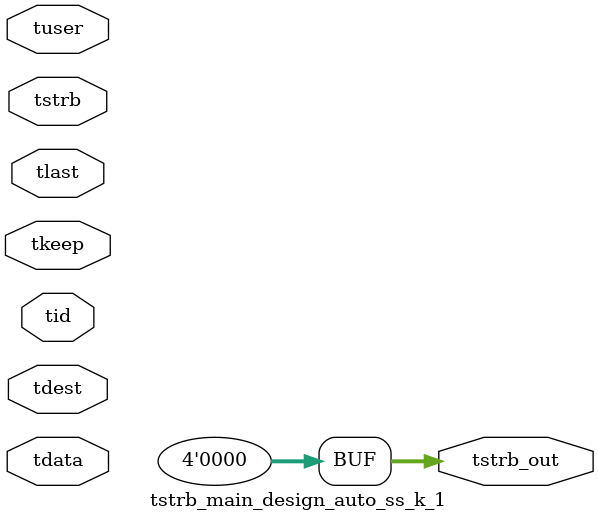
<source format=v>


`timescale 1ps/1ps

module tstrb_main_design_auto_ss_k_1 #
(
parameter C_S_AXIS_TDATA_WIDTH = 32,
parameter C_S_AXIS_TUSER_WIDTH = 0,
parameter C_S_AXIS_TID_WIDTH   = 0,
parameter C_S_AXIS_TDEST_WIDTH = 0,
parameter C_M_AXIS_TDATA_WIDTH = 32
)
(
input  [(C_S_AXIS_TDATA_WIDTH == 0 ? 1 : C_S_AXIS_TDATA_WIDTH)-1:0     ] tdata,
input  [(C_S_AXIS_TUSER_WIDTH == 0 ? 1 : C_S_AXIS_TUSER_WIDTH)-1:0     ] tuser,
input  [(C_S_AXIS_TID_WIDTH   == 0 ? 1 : C_S_AXIS_TID_WIDTH)-1:0       ] tid,
input  [(C_S_AXIS_TDEST_WIDTH == 0 ? 1 : C_S_AXIS_TDEST_WIDTH)-1:0     ] tdest,
input  [(C_S_AXIS_TDATA_WIDTH/8)-1:0 ] tkeep,
input  [(C_S_AXIS_TDATA_WIDTH/8)-1:0 ] tstrb,
input                                                                    tlast,
output [(C_M_AXIS_TDATA_WIDTH/8)-1:0 ] tstrb_out
);

assign tstrb_out = {1'b0};

endmodule


</source>
